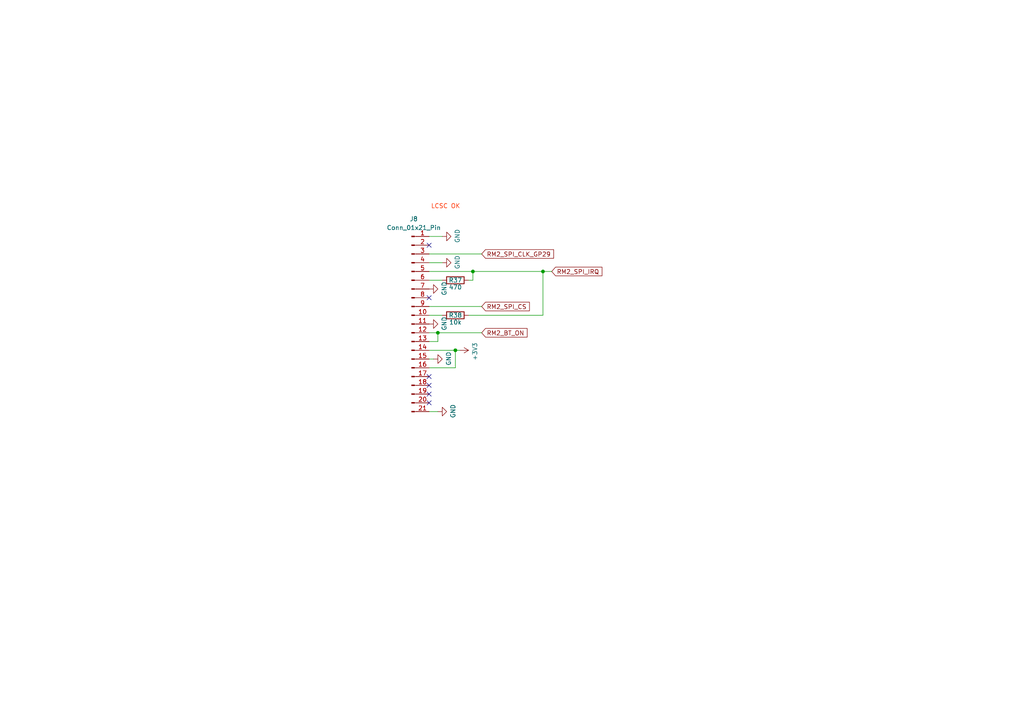
<source format=kicad_sch>
(kicad_sch (version 20250114) (generator "eeschema") (generator_version "9.0")
  (paper "A4")
  (lib_symbols
    (symbol "Connector:Conn_01x21_Pin" (pin_names (offset 1.016) (hide yes))
      (property "Reference" "J" (at 0 27.94 0))
      (property "Value" "Conn_01x21_Pin" (at 0 -27.94 0))
      (symbol "Conn_01x21_Pin_1_1"
        (rectangle (start 0.8636 25.527) (end 0 25.273) (stroke (width 0.1524)) (fill (type outline)))
        (rectangle (start 0.8636 22.987) (end 0 22.733) (stroke (width 0.1524)) (fill (type outline)))
        (rectangle (start 0.8636 20.447) (end 0 20.193) (stroke (width 0.1524)) (fill (type outline)))
        (rectangle (start 0.8636 17.907) (end 0 17.653) (stroke (width 0.1524)) (fill (type outline)))
        (rectangle (start 0.8636 15.367) (end 0 15.113) (stroke (width 0.1524)) (fill (type outline)))
        (rectangle (start 0.8636 12.827) (end 0 12.573) (stroke (width 0.1524)) (fill (type outline)))
        (rectangle (start 0.8636 10.287) (end 0 10.033) (stroke (width 0.1524)) (fill (type outline)))
        (rectangle (start 0.8636 7.747) (end 0 7.493) (stroke (width 0.1524)) (fill (type outline)))
        (rectangle (start 0.8636 5.207) (end 0 4.953) (stroke (width 0.1524)) (fill (type outline)))
        (rectangle (start 0.8636 2.667) (end 0 2.413) (stroke (width 0.1524)) (fill (type outline)))
        (rectangle (start 0.8636 0.127) (end 0 -0.127) (stroke (width 0.1524)) (fill (type outline)))
        (rectangle (start 0.8636 -2.413) (end 0 -2.667) (stroke (width 0.1524)) (fill (type outline)))
        (rectangle (start 0.8636 -4.953) (end 0 -5.207) (stroke (width 0.1524)) (fill (type outline)))
        (rectangle (start 0.8636 -7.493) (end 0 -7.747) (stroke (width 0.1524)) (fill (type outline)))
        (rectangle (start 0.8636 -10.033) (end 0 -10.287) (stroke (width 0.1524)) (fill (type outline)))
        (rectangle (start 0.8636 -12.573) (end 0 -12.827) (stroke (width 0.1524)) (fill (type outline)))
        (rectangle (start 0.8636 -15.113) (end 0 -15.367) (stroke (width 0.1524)) (fill (type outline)))
        (rectangle (start 0.8636 -17.653) (end 0 -17.907) (stroke (width 0.1524)) (fill (type outline)))
        (rectangle (start 0.8636 -20.193) (end 0 -20.447) (stroke (width 0.1524)) (fill (type outline)))
        (rectangle (start 0.8636 -22.733) (end 0 -22.987) (stroke (width 0.1524)) (fill (type outline)))
        (rectangle (start 0.8636 -25.273) (end 0 -25.527) (stroke (width 0.1524)) (fill (type outline)))
        (polyline (pts (xy 1.27 25.4) (xy 0.8636 25.4)) (stroke (width 0.1524)))
        (polyline (pts (xy 1.27 22.86) (xy 0.8636 22.86)) (stroke (width 0.1524)))
        (polyline (pts (xy 1.27 20.32) (xy 0.8636 20.32)) (stroke (width 0.1524)))
        (polyline (pts (xy 1.27 17.78) (xy 0.8636 17.78)) (stroke (width 0.1524)))
        (polyline (pts (xy 1.27 15.24) (xy 0.8636 15.24)) (stroke (width 0.1524)))
        (polyline (pts (xy 1.27 12.7) (xy 0.8636 12.7)) (stroke (width 0.1524)))
        (polyline (pts (xy 1.27 10.16) (xy 0.8636 10.16)) (stroke (width 0.1524)))
        (polyline (pts (xy 1.27 7.62) (xy 0.8636 7.62)) (stroke (width 0.1524)))
        (polyline (pts (xy 1.27 5.08) (xy 0.8636 5.08)) (stroke (width 0.1524)))
        (polyline (pts (xy 1.27 2.54) (xy 0.8636 2.54)) (stroke (width 0.1524)))
        (polyline (pts (xy 1.27 0) (xy 0.8636 0)) (stroke (width 0.1524)))
        (polyline (pts (xy 1.27 -2.54) (xy 0.8636 -2.54)) (stroke (width 0.1524)))
        (polyline (pts (xy 1.27 -5.08) (xy 0.8636 -5.08)) (stroke (width 0.1524)))
        (polyline (pts (xy 1.27 -7.62) (xy 0.8636 -7.62)) (stroke (width 0.1524)))
        (polyline (pts (xy 1.27 -10.16) (xy 0.8636 -10.16)) (stroke (width 0.1524)))
        (polyline (pts (xy 1.27 -12.7) (xy 0.8636 -12.7)) (stroke (width 0.1524)))
        (polyline (pts (xy 1.27 -15.24) (xy 0.8636 -15.24)) (stroke (width 0.1524)))
        (polyline (pts (xy 1.27 -17.78) (xy 0.8636 -17.78)) (stroke (width 0.1524)))
        (polyline (pts (xy 1.27 -20.32) (xy 0.8636 -20.32)) (stroke (width 0.1524)))
        (polyline (pts (xy 1.27 -22.86) (xy 0.8636 -22.86)) (stroke (width 0.1524)))
        (polyline (pts (xy 1.27 -25.4) (xy 0.8636 -25.4)) (stroke (width 0.1524)))
        (pin passive line (at 5.08 25.4 180) (length 3.81) (name "Pin_1") (number "1"))
        (pin passive line (at 5.08 22.86 180) (length 3.81) (name "Pin_2") (number "2"))
        (pin passive line (at 5.08 20.32 180) (length 3.81) (name "Pin_3") (number "3"))
        (pin passive line (at 5.08 17.78 180) (length 3.81) (name "Pin_4") (number "4"))
        (pin passive line (at 5.08 15.24 180) (length 3.81) (name "Pin_5") (number "5"))
        (pin passive line (at 5.08 12.7 180) (length 3.81) (name "Pin_6") (number "6"))
        (pin passive line (at 5.08 10.16 180) (length 3.81) (name "Pin_7") (number "7"))
        (pin passive line (at 5.08 7.62 180) (length 3.81) (name "Pin_8") (number "8"))
        (pin passive line (at 5.08 5.08 180) (length 3.81) (name "Pin_9") (number "9"))
        (pin passive line (at 5.08 2.54 180) (length 3.81) (name "Pin_10") (number "10"))
        (pin passive line (at 5.08 0 180) (length 3.81) (name "Pin_11") (number "11"))
        (pin passive line (at 5.08 -2.54 180) (length 3.81) (name "Pin_12") (number "12"))
        (pin passive line (at 5.08 -5.08 180) (length 3.81) (name "Pin_13") (number "13"))
        (pin passive line (at 5.08 -7.62 180) (length 3.81) (name "Pin_14") (number "14"))
        (pin passive line (at 5.08 -10.16 180) (length 3.81) (name "Pin_15") (number "15"))
        (pin passive line (at 5.08 -12.7 180) (length 3.81) (name "Pin_16") (number "16"))
        (pin passive line (at 5.08 -15.24 180) (length 3.81) (name "Pin_17") (number "17"))
        (pin passive line (at 5.08 -17.78 180) (length 3.81) (name "Pin_18") (number "18"))
        (pin passive line (at 5.08 -20.32 180) (length 3.81) (name "Pin_19") (number "19"))
        (pin passive line (at 5.08 -22.86 180) (length 3.81) (name "Pin_20") (number "20"))
        (pin passive line (at 5.08 -25.4 180) (length 3.81) (name "Pin_21") (number "21"))
      )
    )
    (symbol "Device:R" (pin_numbers (hide yes)) (pin_names (offset 0))
      (property "Reference" "R" (at 2.032 0 90))
      (property "Value" "R" (at 0 0 90))
      (symbol "R_0_1"
        (rectangle (start -1.016 -2.54) (end 1.016 2.54) (stroke (width 0.254)))
      )
      (symbol "R_1_1"
        (pin passive line (at 0 3.81 270) (length 1.27) (name "~") (number "1"))
        (pin passive line (at 0 -3.81 90) (length 1.27) (name "~") (number "2"))
      )
    )
    (symbol "power:+3V3" (power) (pin_names (offset 0))
      (property "Value" "+3V3" (at 0 3.556 0))
      (symbol "+3V3_0_1"
        (polyline (pts (xy -0.762 1.27) (xy 0 2.54)))
        (polyline (pts (xy 0 2.54) (xy 0.762 1.27)))
        (polyline (pts (xy 0 0) (xy 0 2.54)))
      )
      (symbol "+3V3_1_1"
        (pin power_in line (at 0 0 90) (length 0) (hide yes) (name "+3V3") (number "1"))
      )
    )
    (symbol "power:GND" (power) (pin_names (offset 0))
      (property "Value" "GND" (at 0 -3.81 0))
      (symbol "GND_0_1"
        (polyline (pts (xy 0 0) (xy 0 -1.27) (xy 1.27 -1.27) (xy 0 -2.54) (xy -1.27 -1.27) (xy 0 -1.27)))
      )
      (symbol "GND_1_1"
        (pin power_in line (at 0 0 270) (length 0) (hide yes) (name "GND") (number "1"))
      )
    )
  )
  (text "LCSC OK" (at 124.968 60.706 0) (effects (font (size 1.27 1.27)) (justify left bottom)))
  (junction (at 157.48 78.74))
  (junction (at 132.08 101.6))
  (junction (at 137.16 78.74))
  (junction (at 127 96.52))
  (no_connect (at 124.46 86.36))
  (no_connect (at 124.46 71.12))
  (no_connect (at 124.46 116.84))
  (no_connect (at 124.46 109.22))
  (no_connect (at 124.46 114.3))
  (no_connect (at 124.46 111.76))
  (wire (pts (xy 125.73 104.14) (xy 124.46 104.14)))
  (wire (pts (xy 127 96.52) (xy 124.46 96.52)))
  (wire (pts (xy 128.27 76.2) (xy 124.46 76.2)))
  (wire (pts (xy 157.48 78.74) (xy 137.16 78.74)))
  (wire (pts (xy 137.16 78.74) (xy 124.46 78.74)))
  (wire (pts (xy 128.27 91.44) (xy 124.46 91.44)))
  (wire (pts (xy 132.08 106.68) (xy 132.08 101.6)))
  (wire (pts (xy 128.27 81.28) (xy 124.46 81.28)))
  (wire (pts (xy 137.16 81.28) (xy 137.16 78.74)))
  (wire (pts (xy 127 99.06) (xy 127 96.52)))
  (wire (pts (xy 124.46 99.06) (xy 127 99.06)))
  (wire (pts (xy 132.08 101.6) (xy 133.35 101.6)))
  (wire (pts (xy 128.27 68.58) (xy 124.46 68.58)))
  (wire (pts (xy 157.48 91.44) (xy 157.48 78.74)))
  (wire (pts (xy 135.89 81.28) (xy 137.16 81.28)))
  (wire (pts (xy 124.46 101.6) (xy 132.08 101.6)))
  (wire (pts (xy 139.7 88.9) (xy 124.46 88.9)))
  (wire (pts (xy 135.89 91.44) (xy 157.48 91.44)))
  (wire (pts (xy 160.02 78.74) (xy 157.48 78.74)))
  (wire (pts (xy 124.46 106.68) (xy 132.08 106.68)))
  (wire (pts (xy 139.7 96.52) (xy 127 96.52)))
  (wire (pts (xy 127 119.38) (xy 124.46 119.38)))
  (wire (pts (xy 139.7 73.66) (xy 124.46 73.66)))
  (global_label "RM2_BT_ON" (shape input) (at 139.7 96.52 0) (property "Intersheetrefs" "${INTERSHEET_REFS}" (effects (hide yes))))
  (global_label "RM2_SPI_CS" (shape input) (at 139.7 88.9 0) (property "Intersheetrefs" "${INTERSHEET_REFS}" (effects (hide yes))))
  (global_label "RM2_SPI_CLK_GP29" (shape input) (at 139.7 73.66 0) (property "Intersheetrefs" "${INTERSHEET_REFS}" (effects (hide yes))))
  (global_label "RM2_SPI_IRQ" (shape input) (at 160.02 78.74 0) (property "Intersheetrefs" "${INTERSHEET_REFS}" (effects (hide yes))))
  (symbol (lib_id "power:GND") (at 128.27 76.2 90) (unit 1)
    (property "Reference" "#PWR0105" (effects (hide yes)))
    (property "Value" "GND" (at 132.6642 76.073 0))
  )
  (symbol (lib_id "power:GND") (at 125.73 104.14 90) (unit 1)
    (property "Reference" "#PWR0103" (effects (hide yes)))
    (property "Value" "GND" (at 130.1242 104.013 0))
  )
  (symbol (lib_id "power:GND") (at 127 119.38 90) (unit 1)
    (property "Reference" "#PWR0107" (effects (hide yes)))
    (property "Value" "GND" (at 131.3942 119.253 0))
  )
  (symbol (lib_id "power:+3V3") (at 133.35 101.6 270) (unit 1)
    (property "Reference" "#PWR0109" (effects (hide yes)))
    (property "Value" "+3V3" (at 137.7442 101.981 0))
  )
  (symbol (lib_id "Device:R") (at 132.08 91.44 90) (unit 1)
    (property "Reference" "R38" (at 132.08 91.44 90))
    (property "Value" "10k" (at 132.08 93.472 90))
    (property "Footprint" "Resistor_SMD:R_0603_1608Metric" (effects (hide yes)))
    (property "LCSC" "C25804" (effects (hide yes)))
  )
  (symbol (lib_id "Connector:Conn_01x21_Pin") (at 119.38 93.98 0) (unit 1)
    (property "Reference" "J8" (at 120.015 63.5 0))
    (property "Value" "Conn_01x21_Pin" (at 120.015 66.04 0))
    (property "Footprint" "RMC20452T:RMC20452T" (effects (hide yes)))
    (property "Description" "Generic connector, single row, 01x21, script generated" (effects (hide yes)))
  )
  (symbol (lib_id "power:GND") (at 124.46 93.98 90) (unit 1)
    (property "Reference" "#PWR0102" (effects (hide yes)))
    (property "Value" "GND" (at 128.8542 93.853 0))
  )
  (symbol (lib_id "Device:R") (at 132.08 81.28 90) (unit 1)
    (property "Reference" "R37" (at 132.08 81.28 90))
    (property "Value" "470" (at 132.08 83.312 90))
    (property "Footprint" "Resistor_SMD:R_0603_1608Metric" (effects (hide yes)))
    (property "LCSC" "C23179" (effects (hide yes)))
  )
  (symbol (lib_id "power:GND") (at 128.27 68.58 90) (unit 1)
    (property "Reference" "#PWR0104" (effects (hide yes)))
    (property "Value" "GND" (at 132.6642 68.453 0))
  )
  (symbol (lib_id "power:GND") (at 124.46 83.82 90) (unit 1)
    (property "Reference" "#PWR0100" (effects (hide yes)))
    (property "Value" "GND" (at 128.8542 83.693 0))
  )
)
</source>
